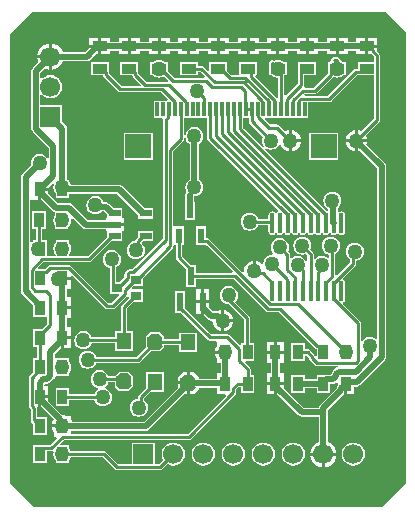
<source format=gtl>
G04*
G04 #@! TF.GenerationSoftware,Altium Limited,Altium Designer,20.0.9 (164)*
G04*
G04 Layer_Physical_Order=1*
G04 Layer_Color=255*
%FSLAX25Y25*%
%MOIN*%
G70*
G01*
G75*
%ADD10C,0.01000*%
%ADD17R,0.08661X0.07874*%
%ADD18R,0.01181X0.04724*%
%ADD19R,0.03543X0.03150*%
%ADD20R,0.02362X0.05118*%
%ADD21R,0.02362X0.06299*%
%ADD22R,0.03937X0.02362*%
%ADD23R,0.03500X0.05000*%
%ADD24O,0.01433X0.06858*%
G04:AMPARAMS|DCode=25|XSize=55mil|YSize=50mil|CornerRadius=0mil|HoleSize=0mil|Usage=FLASHONLY|Rotation=270.000|XOffset=0mil|YOffset=0mil|HoleType=Round|Shape=Octagon|*
%AMOCTAGOND25*
4,1,8,-0.01250,-0.02750,0.01250,-0.02750,0.02500,-0.01500,0.02500,0.01500,0.01250,0.02750,-0.01250,0.02750,-0.02500,0.01500,-0.02500,-0.01500,-0.01250,-0.02750,0.0*
%
%ADD25OCTAGOND25*%

%ADD26R,0.05000X0.05500*%
%ADD27R,0.05000X0.03500*%
%ADD43C,0.02000*%
%ADD44R,0.06693X0.06693*%
%ADD45C,0.06693*%
%ADD46R,0.06693X0.06693*%
%ADD47C,0.05000*%
G36*
X391480Y492578D02*
Y342500D01*
Y342422D01*
X383578Y334520D01*
X267422D01*
X259520Y342422D01*
Y492078D01*
X266922Y499480D01*
X384578D01*
X391480Y492578D01*
D02*
G37*
%LPC*%
G36*
X377944Y490730D02*
X374944D01*
Y489510D01*
X372055D01*
Y490730D01*
X369055D01*
Y487980D01*
Y485230D01*
X372055D01*
Y486451D01*
X374944D01*
Y485230D01*
X377944D01*
Y487980D01*
Y490730D01*
D02*
G37*
G36*
X368055D02*
X365055D01*
Y489510D01*
X362167D01*
Y490730D01*
X359167D01*
Y487980D01*
Y485230D01*
X362167D01*
Y486451D01*
X365055D01*
Y485230D01*
X368055D01*
Y487980D01*
Y490730D01*
D02*
G37*
G36*
X358167D02*
X355167D01*
Y489510D01*
X352278D01*
Y490730D01*
X349278D01*
Y487980D01*
Y485230D01*
X352278D01*
Y486451D01*
X355167D01*
Y485230D01*
X358167D01*
Y487980D01*
Y490730D01*
D02*
G37*
G36*
X348278D02*
X345278D01*
Y489510D01*
X342389D01*
Y490730D01*
X339389D01*
Y487980D01*
Y485230D01*
X342389D01*
Y486451D01*
X345278D01*
Y485230D01*
X348278D01*
Y487980D01*
Y490730D01*
D02*
G37*
G36*
X338389D02*
X335389D01*
Y489510D01*
X332500D01*
Y490730D01*
X329500D01*
Y487980D01*
Y485230D01*
X332500D01*
Y486451D01*
X335389D01*
Y485230D01*
X338389D01*
Y487980D01*
Y490730D01*
D02*
G37*
G36*
X328500D02*
X325500D01*
Y489510D01*
X322611D01*
Y490730D01*
X319611D01*
Y487980D01*
Y485230D01*
X322611D01*
Y486451D01*
X325500D01*
Y485230D01*
X328500D01*
Y487980D01*
Y490730D01*
D02*
G37*
G36*
X318611D02*
X315611D01*
Y489510D01*
X312722D01*
Y490730D01*
X309722D01*
Y487980D01*
Y485230D01*
X312722D01*
Y486451D01*
X315611D01*
Y485230D01*
X318611D01*
Y487980D01*
Y490730D01*
D02*
G37*
G36*
X308722D02*
X305722D01*
Y489510D01*
X302833D01*
Y490730D01*
X299833D01*
Y487980D01*
Y485230D01*
X302833D01*
Y486451D01*
X305722D01*
Y485230D01*
X308722D01*
Y487980D01*
Y490730D01*
D02*
G37*
G36*
X298833D02*
X295833D01*
Y489510D01*
X292944D01*
Y490730D01*
X289944D01*
Y487980D01*
Y485230D01*
X292944D01*
Y486451D01*
X295833D01*
Y485230D01*
X298833D01*
Y487980D01*
Y490730D01*
D02*
G37*
G36*
X381944D02*
X378944D01*
Y488480D01*
X381944D01*
Y490730D01*
D02*
G37*
G36*
X288944D02*
X285944D01*
Y488480D01*
X288944D01*
Y490730D01*
D02*
G37*
G36*
X272500Y488818D02*
X271865Y488735D01*
X270808Y488297D01*
X269900Y487600D01*
X269203Y486692D01*
X268765Y485635D01*
X268682Y485000D01*
X272500D01*
Y488818D01*
D02*
G37*
G36*
X273500D02*
Y484500D01*
Y480182D01*
X274135Y480265D01*
X275192Y480703D01*
X276100Y481400D01*
X276797Y482308D01*
X277071Y482971D01*
X285214D01*
X285799Y483087D01*
X286295Y483419D01*
X288107Y485230D01*
X288944D01*
Y487480D01*
X285944D01*
Y487393D01*
X284580Y486029D01*
X277071D01*
X276797Y486692D01*
X276100Y487600D01*
X275192Y488297D01*
X274135Y488735D01*
X273500Y488818D01*
D02*
G37*
G36*
X381944Y487480D02*
X378944D01*
Y485230D01*
X380101D01*
X380925Y484406D01*
Y482750D01*
X375444D01*
Y480556D01*
X375037D01*
X374646Y480478D01*
X374316Y480258D01*
X365578Y471520D01*
X357943D01*
X357685Y472020D01*
X357782Y472156D01*
X361230D01*
X361621Y472233D01*
X361951Y472454D01*
X367276Y477779D01*
X367278Y477782D01*
X367772Y477577D01*
X368555Y477474D01*
X369339Y477577D01*
X370068Y477879D01*
X370551Y478250D01*
X371555D01*
Y480303D01*
X371581Y480500D01*
X371555Y480697D01*
Y482750D01*
X370551D01*
X370068Y483120D01*
X369575Y483325D01*
Y483349D01*
X369497Y483740D01*
X369276Y484070D01*
X368946Y484291D01*
X368555Y484369D01*
X367522D01*
X367132Y484291D01*
X366801Y484070D01*
X366580Y483740D01*
X366503Y483349D01*
X366523Y483250D01*
X366172Y482760D01*
X366151Y482750D01*
X365555D01*
Y480697D01*
X365529Y480500D01*
X365555Y480303D01*
Y479349D01*
X365536Y479250D01*
Y478922D01*
X360808Y474195D01*
X357821D01*
X357554Y474695D01*
X357609Y474776D01*
X357686Y475167D01*
Y478250D01*
X361667D01*
Y482750D01*
X355667D01*
Y479349D01*
X355647Y479250D01*
Y475589D01*
X351449Y471390D01*
X350949Y471598D01*
Y478250D01*
X351778D01*
Y480303D01*
X351803Y480500D01*
X351778Y480697D01*
Y482750D01*
X350773D01*
X350290Y483120D01*
X349561Y483423D01*
X348778Y483526D01*
X347994Y483423D01*
X347501Y483218D01*
X347499Y483221D01*
X347168Y483442D01*
X346778Y483520D01*
X346387Y483442D01*
X346057Y483221D01*
X345836Y482890D01*
X345808Y482750D01*
X345778D01*
Y482598D01*
X345758Y482500D01*
Y481750D01*
X345778Y481651D01*
Y480697D01*
X345752Y480500D01*
X345778Y480303D01*
Y478250D01*
X346782D01*
X347265Y477879D01*
X347994Y477577D01*
X348778Y477474D01*
X348909Y477358D01*
Y470912D01*
X348409Y470705D01*
X341326Y477788D01*
X341518Y478250D01*
X341889D01*
Y482750D01*
X335889D01*
Y478530D01*
X333162D01*
X332000Y479692D01*
Y482750D01*
X326000D01*
Y479931D01*
X325538Y479740D01*
X324057Y481221D01*
X323726Y481442D01*
X323336Y481520D01*
X322111D01*
Y482750D01*
X316111D01*
Y478250D01*
X322111D01*
Y479480D01*
X322914D01*
X324412Y477982D01*
X324221Y477520D01*
X314394D01*
X312222Y479692D01*
Y480303D01*
X312248Y480500D01*
X312222Y480697D01*
Y482750D01*
X311218D01*
X310735Y483120D01*
X310005Y483423D01*
X309222Y483526D01*
X308439Y483423D01*
X307709Y483120D01*
X307226Y482750D01*
X306222D01*
Y480697D01*
X306196Y480500D01*
X306222Y480303D01*
Y478250D01*
X307226D01*
X307709Y477879D01*
X308439Y477577D01*
X309222Y477474D01*
X310005Y477577D01*
X310735Y477879D01*
X310970Y478060D01*
X312372Y476658D01*
X312165Y476158D01*
X305117D01*
X302353Y478922D01*
Y479250D01*
X302333Y479349D01*
Y482750D01*
X296333D01*
Y478250D01*
X300363D01*
X300391Y478110D01*
X300612Y477779D01*
X303272Y475120D01*
X303080Y474658D01*
X296728D01*
X292464Y478922D01*
Y479250D01*
X292444Y479349D01*
Y482750D01*
X286444D01*
Y478250D01*
X290475D01*
X290502Y478110D01*
X290723Y477779D01*
X295585Y472917D01*
X295916Y472696D01*
X296306Y472619D01*
X309841D01*
X312136Y470324D01*
X311945Y469862D01*
X307499D01*
Y464138D01*
X310124D01*
X310495Y463638D01*
X310480Y463566D01*
Y423966D01*
X300109Y413594D01*
X299314D01*
X298924Y413517D01*
X298593Y413296D01*
X298007Y412710D01*
X297786Y412379D01*
X297709Y411989D01*
Y411194D01*
X296030Y409516D01*
X294949D01*
Y414353D01*
X295013Y414380D01*
X295640Y414860D01*
X296121Y415487D01*
X296423Y416217D01*
X296526Y417000D01*
X296423Y417783D01*
X296121Y418513D01*
X295640Y419140D01*
X295013Y419621D01*
X294283Y419923D01*
X293500Y420026D01*
X292717Y419923D01*
X291987Y419621D01*
X291360Y419140D01*
X290880Y418513D01*
X290577Y417783D01*
X290474Y417000D01*
X290577Y416217D01*
X290880Y415487D01*
X291360Y414860D01*
X291987Y414380D01*
X292717Y414077D01*
X292910Y414052D01*
Y408516D01*
X292929Y408417D01*
Y405366D01*
X295791D01*
X295983Y404904D01*
X293505Y402426D01*
X292304D01*
X279885Y414846D01*
X279554Y415067D01*
X279164Y415145D01*
X273019D01*
X272629Y415067D01*
X272298Y414846D01*
X271097Y413645D01*
X270769D01*
X270671Y413625D01*
X268950D01*
X268759Y414087D01*
X270652Y415980D01*
X285952D01*
X286343Y416058D01*
X286673Y416279D01*
X293473Y423079D01*
X296968D01*
Y426319D01*
X297468D01*
Y428000D01*
X294500D01*
Y429000D01*
X297468D01*
Y430681D01*
X296969D01*
Y433921D01*
X294195D01*
X292608Y435507D01*
X292112Y435839D01*
X291527Y435955D01*
X290851D01*
X290620Y436513D01*
X290140Y437140D01*
X289513Y437620D01*
X288783Y437923D01*
X288000Y438026D01*
X287217Y437923D01*
X286487Y437620D01*
X285860Y437140D01*
X285380Y436513D01*
X285077Y435783D01*
X284974Y435000D01*
X285077Y434217D01*
X285380Y433487D01*
X285860Y432860D01*
X286487Y432379D01*
X287217Y432077D01*
X288000Y431974D01*
X288783Y432077D01*
X289513Y432379D01*
X290140Y432860D01*
X290167Y432897D01*
X290893D01*
X292032Y431758D01*
Y430681D01*
X291531D01*
Y430029D01*
X285387D01*
X280160Y435257D01*
X279664Y435588D01*
X279078Y435705D01*
X275477D01*
X272269Y438913D01*
Y439750D01*
X270019D01*
Y436750D01*
X270106D01*
X273762Y433094D01*
X274258Y432762D01*
X274457Y432723D01*
Y431614D01*
X274379Y431513D01*
X274077Y430783D01*
X273974Y430000D01*
X274077Y429217D01*
X274379Y428487D01*
X274457Y428386D01*
Y427175D01*
X275980D01*
X276217Y427077D01*
X277000Y426974D01*
X277783Y427077D01*
X278020Y427175D01*
X278957D01*
Y427720D01*
X279140Y427860D01*
X279621Y428487D01*
X279923Y429217D01*
X280026Y430000D01*
X279972Y430412D01*
X280445Y430646D01*
X283672Y427419D01*
X284168Y427087D01*
X284754Y426971D01*
X291531D01*
Y426319D01*
X292031D01*
Y424521D01*
X285530Y418020D01*
X279334D01*
X279262Y418520D01*
X279621Y418987D01*
X279923Y419717D01*
X280026Y420500D01*
X279923Y421283D01*
X279621Y422013D01*
X279250Y422496D01*
Y423500D01*
X277197D01*
X277000Y423526D01*
X276803Y423500D01*
X274750D01*
Y422496D01*
X274379Y422013D01*
X274077Y421283D01*
X273974Y420500D01*
X274077Y419717D01*
X274379Y418987D01*
X274738Y418520D01*
X274665Y418020D01*
X271770D01*
Y419347D01*
X271923Y419717D01*
X272026Y420500D01*
X271923Y421283D01*
X271770Y421653D01*
Y423500D01*
X270246D01*
Y427175D01*
X271477D01*
Y433175D01*
X266977D01*
Y427175D01*
X268207D01*
Y423500D01*
X267270D01*
Y422954D01*
X266860Y422640D01*
X266798Y422559D01*
X266298Y422729D01*
Y436679D01*
X266769Y436750D01*
Y436750D01*
X269019D01*
Y440250D01*
X269519D01*
Y440750D01*
X272269D01*
Y440837D01*
X273762Y442330D01*
X274186Y442047D01*
X274077Y441783D01*
X273973Y441000D01*
X274077Y440217D01*
X274379Y439487D01*
X274749Y439004D01*
Y437250D01*
X279249D01*
Y438721D01*
X295305D01*
X302268Y431758D01*
Y430558D01*
X307205D01*
Y433920D01*
X304431D01*
X297020Y441331D01*
X296524Y441663D01*
X295938Y441779D01*
X279923D01*
X279922Y441783D01*
X279620Y442513D01*
X279249Y442996D01*
Y443250D01*
X278995D01*
X278529Y443608D01*
Y460501D01*
X278412Y461086D01*
X278081Y461582D01*
X276847Y462816D01*
Y468347D01*
X269683D01*
Y471727D01*
X270156Y471887D01*
X270257Y471757D01*
X271060Y471140D01*
X271996Y470753D01*
X273000Y470620D01*
X274004Y470753D01*
X274940Y471140D01*
X275743Y471757D01*
X276360Y472560D01*
X276747Y473496D01*
X276880Y474500D01*
X276747Y475504D01*
X276360Y476440D01*
X275743Y477243D01*
X274940Y477860D01*
X274004Y478247D01*
X273000Y478380D01*
X271996Y478247D01*
X271060Y477860D01*
X270257Y477243D01*
X270156Y477113D01*
X269683Y477273D01*
Y479020D01*
X271203Y480540D01*
X271865Y480265D01*
X272500Y480182D01*
Y484000D01*
X268682D01*
X268765Y483365D01*
X269040Y482703D01*
X267072Y480735D01*
X266741Y480239D01*
X266624Y479654D01*
Y460532D01*
X266741Y459947D01*
X267072Y459451D01*
X272471Y454052D01*
Y450878D01*
X271971Y450708D01*
X271640Y451140D01*
X271013Y451620D01*
X270283Y451923D01*
X269500Y452026D01*
X268717Y451923D01*
X267987Y451620D01*
X267360Y451140D01*
X266880Y450513D01*
X266577Y449783D01*
X266474Y449000D01*
X266575Y448237D01*
X263688Y445350D01*
X263356Y444854D01*
X263240Y444269D01*
Y406250D01*
X263356Y405665D01*
X263688Y405169D01*
X267269Y401587D01*
Y397750D01*
X271769D01*
X271980Y397338D01*
Y395528D01*
X270327Y393875D01*
X267269D01*
Y387875D01*
X268499D01*
Y384000D01*
X267270D01*
Y379442D01*
X266048Y378220D01*
X265827Y377890D01*
X265749Y377499D01*
Y368211D01*
X265827Y367821D01*
X266048Y367490D01*
X266480Y367057D01*
Y363270D01*
X266558Y362879D01*
X266779Y362549D01*
X267270Y362058D01*
Y358250D01*
X271770D01*
Y364250D01*
X268520D01*
Y367480D01*
X268639Y367625D01*
X269019D01*
Y371125D01*
X269519D01*
Y371625D01*
X272269D01*
Y374625D01*
X271048D01*
Y375195D01*
X271324Y375471D01*
X271891D01*
X272476Y375587D01*
X272972Y375919D01*
X274081Y377028D01*
X274413Y377524D01*
X274434Y377631D01*
X274750Y378000D01*
X276803D01*
X277000Y377974D01*
X277197Y378000D01*
X279250D01*
Y379004D01*
X279621Y379487D01*
X279923Y380217D01*
X280026Y381000D01*
X279923Y381783D01*
X279621Y382513D01*
X279250Y382996D01*
Y384000D01*
X277197D01*
X277000Y384026D01*
X276803Y384000D01*
X274750D01*
X274529Y384409D01*
Y385492D01*
X276412Y387375D01*
X276499D01*
Y390875D01*
X276999D01*
Y391375D01*
X279749D01*
Y394375D01*
X278529D01*
Y397250D01*
X279749D01*
Y400250D01*
X276999D01*
Y401250D01*
X279749D01*
Y404250D01*
X278529D01*
Y407125D01*
X279749D01*
Y410125D01*
X276999D01*
Y411125D01*
X279749D01*
Y411444D01*
X280211Y411635D01*
X291161Y400686D01*
X291492Y400465D01*
X291882Y400387D01*
X293927D01*
X294318Y400465D01*
X294648Y400686D01*
X298570Y404608D01*
X299014Y404505D01*
X299098Y404446D01*
X299138Y404159D01*
X296779Y401800D01*
X296558Y401469D01*
X296480Y401079D01*
Y393000D01*
X294500D01*
Y391020D01*
X286825D01*
X286620Y391513D01*
X286140Y392140D01*
X285513Y392620D01*
X284783Y392923D01*
X284000Y393026D01*
X283217Y392923D01*
X282487Y392620D01*
X281860Y392140D01*
X281380Y391513D01*
X281077Y390783D01*
X280974Y390000D01*
X281077Y389217D01*
X281380Y388487D01*
X281860Y387860D01*
X282487Y387380D01*
X283217Y387077D01*
X284000Y386974D01*
X284783Y387077D01*
X285513Y387380D01*
X286140Y387860D01*
X286620Y388487D01*
X286825Y388980D01*
X294500D01*
Y386500D01*
X300500D01*
Y393000D01*
X298520D01*
Y400656D01*
X300670Y402807D01*
X303772D01*
Y406957D01*
X300355D01*
X300164Y407418D01*
X300670Y407925D01*
X303772D01*
Y410633D01*
X313721Y420582D01*
X313942Y420913D01*
X314020Y421303D01*
Y421332D01*
X314079Y421807D01*
X314740D01*
Y417709D01*
X314818Y417318D01*
X315039Y416988D01*
X318319Y413708D01*
Y407850D01*
X321681D01*
Y410480D01*
X334151D01*
X344888Y399744D01*
X345218Y399523D01*
X345609Y399445D01*
X349113D01*
X361279Y387279D01*
X361610Y387058D01*
X361750Y387030D01*
Y384821D01*
X361250Y384771D01*
X361235Y384847D01*
X361014Y385178D01*
X359471Y386721D01*
X359140Y386942D01*
X358750Y387020D01*
X357750D01*
Y389000D01*
X353250D01*
Y383000D01*
X357750D01*
Y384980D01*
X358328D01*
X359275Y384033D01*
X359351Y383653D01*
X359572Y383322D01*
X361115Y381779D01*
X361446Y381558D01*
X361836Y381480D01*
X368813D01*
X368863Y380980D01*
X368524Y380913D01*
X368027Y380581D01*
X367149Y379703D01*
X366817Y379207D01*
X366730Y378768D01*
X366666Y378704D01*
X366250Y378500D01*
X361750D01*
Y377029D01*
X357750D01*
Y378500D01*
X353250D01*
Y372500D01*
X357750D01*
Y373971D01*
X361750D01*
Y372500D01*
X366250D01*
Y375405D01*
X367059D01*
X367644Y375521D01*
X368140Y375853D01*
X368268Y375981D01*
X368730Y375789D01*
Y374824D01*
X368577Y374595D01*
X368461Y374010D01*
Y373893D01*
X362919Y368351D01*
X362587Y367855D01*
X362522Y367529D01*
X357403D01*
X350770Y374163D01*
Y375000D01*
X348520D01*
Y372000D01*
X348607D01*
X355688Y364919D01*
X356184Y364587D01*
X356770Y364471D01*
X362471D01*
Y356071D01*
X361808Y355797D01*
X360900Y355100D01*
X360203Y354192D01*
X359765Y353135D01*
X359682Y352500D01*
X368318D01*
X368235Y353135D01*
X367797Y354192D01*
X367100Y355100D01*
X366192Y355797D01*
X365529Y356071D01*
Y366000D01*
Y366636D01*
X370893Y372000D01*
X370980D01*
Y375500D01*
X371980D01*
Y372000D01*
X374230D01*
Y374529D01*
X375059D01*
X375644Y374646D01*
X376140Y374977D01*
X384581Y383419D01*
X384913Y383915D01*
X385029Y384500D01*
Y448000D01*
X384913Y448585D01*
X384581Y449081D01*
X378312Y455351D01*
X378410Y455586D01*
X378464Y456000D01*
X375500D01*
Y453036D01*
X375914Y453090D01*
X376149Y453188D01*
X381971Y447367D01*
Y390490D01*
X381471Y390269D01*
X381013Y390620D01*
X380283Y390923D01*
X379500Y391026D01*
X378717Y390923D01*
X377987Y390620D01*
X377360Y390140D01*
X377020Y389696D01*
X376520Y389865D01*
Y395595D01*
X376442Y395985D01*
X376221Y396316D01*
X370468Y402068D01*
X370604Y402640D01*
X370849Y402804D01*
X371118Y403206D01*
X371213Y403681D01*
Y409106D01*
X371118Y409581D01*
X370849Y409983D01*
X370604Y410148D01*
X370468Y410719D01*
X374528Y414779D01*
X374749Y415110D01*
X374827Y415500D01*
Y416517D01*
X375283Y416577D01*
X376013Y416880D01*
X376640Y417360D01*
X377120Y417987D01*
X377423Y418717D01*
X377526Y419500D01*
X377423Y420283D01*
X377120Y421013D01*
X376640Y421640D01*
X376013Y422121D01*
X375283Y422423D01*
X374500Y422526D01*
X373717Y422423D01*
X372987Y422121D01*
X372360Y421640D01*
X371880Y421013D01*
X371577Y420283D01*
X371474Y419500D01*
X371577Y418717D01*
X371880Y417987D01*
X372360Y417360D01*
X372787Y417033D01*
Y415922D01*
X368520Y411655D01*
X368020Y411862D01*
Y418885D01*
X368640Y419360D01*
X369121Y419987D01*
X369423Y420717D01*
X369526Y421500D01*
X369423Y422283D01*
X369121Y423013D01*
X368640Y423640D01*
X368013Y424121D01*
X367283Y424423D01*
X366500Y424526D01*
X365717Y424423D01*
X364987Y424121D01*
X364360Y423640D01*
X363879Y423013D01*
X363577Y422283D01*
X363474Y421500D01*
X363577Y420717D01*
X363879Y419987D01*
X364360Y419360D01*
X364987Y418880D01*
X365717Y418577D01*
X365980Y418542D01*
Y417473D01*
X365480Y417262D01*
X365013Y417621D01*
X364283Y417923D01*
X363500Y418026D01*
X362717Y417923D01*
X361987Y417621D01*
X361360Y417140D01*
X361256Y417003D01*
X360756Y417173D01*
Y418579D01*
X360678Y418969D01*
X360457Y419300D01*
X359664Y420093D01*
X359923Y420717D01*
X360026Y421500D01*
X359923Y422283D01*
X359620Y423013D01*
X359140Y423640D01*
X358513Y424121D01*
X357783Y424423D01*
X357000Y424526D01*
X356217Y424423D01*
X355487Y424121D01*
X354860Y423640D01*
X354380Y423013D01*
X354077Y422283D01*
X353974Y421500D01*
X354077Y420717D01*
X354380Y419987D01*
X354860Y419360D01*
X355487Y418880D01*
X356217Y418577D01*
X357000Y418474D01*
X357783Y418577D01*
X358146Y418727D01*
X358717Y418157D01*
Y416380D01*
X358217Y416281D01*
X358120Y416513D01*
X357640Y417140D01*
X357013Y417621D01*
X356283Y417923D01*
X355500Y418026D01*
X354717Y417923D01*
X353987Y417621D01*
X353520Y417262D01*
X353020Y417473D01*
Y418500D01*
X352942Y418890D01*
X352721Y419221D01*
X352218Y419724D01*
X352423Y420217D01*
X352526Y421000D01*
X352423Y421783D01*
X352120Y422513D01*
X351640Y423140D01*
X351013Y423621D01*
X350283Y423923D01*
X349500Y424026D01*
X348717Y423923D01*
X347987Y423621D01*
X347360Y423140D01*
X346880Y422513D01*
X346577Y421783D01*
X346474Y421000D01*
X346577Y420217D01*
X346880Y419487D01*
X347256Y418996D01*
X347021Y418523D01*
X347000Y418526D01*
X346217Y418423D01*
X345487Y418120D01*
X344860Y417640D01*
X344379Y417013D01*
X344077Y416283D01*
X343996Y415666D01*
X343504Y415497D01*
X343495Y415497D01*
X342765Y416057D01*
X341914Y416410D01*
X341500Y416464D01*
Y413000D01*
X340500D01*
Y416464D01*
X340086Y416410D01*
X339235Y416057D01*
X338504Y415496D01*
X337943Y414765D01*
X337590Y413914D01*
X337470Y413000D01*
X337489Y412855D01*
X337015Y412621D01*
X325936Y423701D01*
X325605Y423922D01*
X325215Y423999D01*
X324921D01*
Y427925D01*
X321559D01*
Y421807D01*
X324921D01*
X324921Y421807D01*
Y421807D01*
X325266Y421486D01*
X333771Y412982D01*
X333580Y412520D01*
X321681D01*
Y415150D01*
X319761D01*
X316779Y418131D01*
Y421807D01*
X317441D01*
Y427925D01*
X314079D01*
X314020Y428401D01*
Y453078D01*
X317193Y456251D01*
X317414Y456582D01*
X317492Y456972D01*
Y457834D01*
X317992Y457867D01*
X318020Y457654D01*
X318077Y457217D01*
X318379Y456487D01*
X318860Y455860D01*
X319471Y455392D01*
Y443608D01*
X318860Y443140D01*
X318379Y442513D01*
X318077Y441783D01*
X317974Y441000D01*
X318077Y440217D01*
X318370Y439509D01*
X318087Y439085D01*
X317971Y438500D01*
Y436193D01*
X317819D01*
Y430075D01*
X321181D01*
Y436193D01*
X321029D01*
Y437978D01*
X321783Y438077D01*
X322513Y438379D01*
X323140Y438860D01*
X323621Y439487D01*
X323923Y440217D01*
X324026Y441000D01*
X323923Y441783D01*
X323621Y442513D01*
X323140Y443140D01*
X322529Y443608D01*
Y455392D01*
X323140Y455860D01*
X323621Y456487D01*
X323923Y457217D01*
X324026Y458000D01*
X323923Y458783D01*
X323621Y459513D01*
X323140Y460140D01*
X322513Y460620D01*
X321783Y460923D01*
X321000Y461026D01*
X320217Y460923D01*
X319487Y460620D01*
X318860Y460140D01*
X318379Y459513D01*
X318077Y458783D01*
X318020Y458346D01*
X317992Y458133D01*
X317492Y458166D01*
Y464138D01*
X325295D01*
Y457457D01*
X325373Y457066D01*
X325594Y456736D01*
X349004Y433325D01*
X348869Y432754D01*
X348623Y432590D01*
X348511Y432422D01*
X347930D01*
X347818Y432590D01*
X347416Y432859D01*
X346941Y432953D01*
X346466Y432859D01*
X346064Y432590D01*
X345795Y432187D01*
X345701Y431713D01*
Y430520D01*
X342325D01*
X342121Y431013D01*
X341640Y431640D01*
X341013Y432121D01*
X340283Y432423D01*
X339500Y432526D01*
X338717Y432423D01*
X337987Y432121D01*
X337360Y431640D01*
X336879Y431013D01*
X336577Y430283D01*
X336474Y429500D01*
X336577Y428717D01*
X336879Y427987D01*
X337360Y427360D01*
X337987Y426880D01*
X338717Y426577D01*
X339500Y426474D01*
X340283Y426577D01*
X341013Y426880D01*
X341640Y427360D01*
X342121Y427987D01*
X342325Y428480D01*
X345701D01*
Y426287D01*
X345795Y425813D01*
X346064Y425410D01*
X346466Y425141D01*
X346941Y425047D01*
X347416Y425141D01*
X347818Y425410D01*
X347930Y425578D01*
X348511D01*
X348623Y425410D01*
X349025Y425141D01*
X349500Y425047D01*
X349975Y425141D01*
X350377Y425410D01*
X350489Y425578D01*
X351070D01*
X351182Y425410D01*
X351584Y425141D01*
X352059Y425047D01*
X352534Y425141D01*
X352936Y425410D01*
X353048Y425578D01*
X353629D01*
X353741Y425410D01*
X354143Y425141D01*
X354618Y425047D01*
X355093Y425141D01*
X355495Y425410D01*
X355607Y425578D01*
X356188D01*
X356300Y425410D01*
X356702Y425141D01*
X357177Y425047D01*
X357652Y425141D01*
X358054Y425410D01*
X358166Y425578D01*
X358747D01*
X358859Y425410D01*
X359261Y425141D01*
X359736Y425047D01*
X360211Y425141D01*
X360613Y425410D01*
X360725Y425578D01*
X361306D01*
X361418Y425410D01*
X361821Y425141D01*
X362295Y425047D01*
X362770Y425141D01*
X363172Y425410D01*
X363284Y425578D01*
X363865D01*
X363977Y425410D01*
X364380Y425141D01*
X364854Y425047D01*
X365329Y425141D01*
X365731Y425410D01*
X365843Y425578D01*
X366424D01*
X366536Y425410D01*
X366939Y425141D01*
X367413Y425047D01*
X367888Y425141D01*
X368290Y425410D01*
X368402Y425578D01*
X368984D01*
X369095Y425410D01*
X369498Y425141D01*
X369972Y425047D01*
X370447Y425141D01*
X370849Y425410D01*
X371118Y425813D01*
X371213Y426287D01*
Y431713D01*
X371118Y432187D01*
X370849Y432590D01*
X370447Y432859D01*
X369972Y432953D01*
X369498Y432859D01*
X369236Y432684D01*
X368781Y432865D01*
X368736Y432905D01*
Y434051D01*
X369140Y434360D01*
X369620Y434987D01*
X369923Y435717D01*
X370026Y436500D01*
X369923Y437283D01*
X369620Y438013D01*
X369140Y438640D01*
X368513Y439120D01*
X367783Y439423D01*
X367000Y439526D01*
X366217Y439423D01*
X365487Y439120D01*
X364860Y438640D01*
X364380Y438013D01*
X364077Y437283D01*
X363974Y436500D01*
X364077Y435717D01*
X364380Y434987D01*
X364860Y434360D01*
X365487Y433880D01*
X365677Y433801D01*
Y433181D01*
X365177Y432889D01*
X365106Y432903D01*
X337177Y460832D01*
Y464138D01*
X339074D01*
Y462906D01*
X339152Y462516D01*
X339373Y462185D01*
X343782Y457776D01*
X343577Y457283D01*
X343474Y456500D01*
X343577Y455717D01*
X343880Y454987D01*
X344360Y454360D01*
X344987Y453879D01*
X345717Y453577D01*
X346500Y453474D01*
X347283Y453577D01*
X348013Y453879D01*
X348640Y454360D01*
X349120Y454987D01*
X349209Y455200D01*
X349750Y455200D01*
X349943Y454735D01*
X350504Y454004D01*
X351235Y453443D01*
X352086Y453090D01*
X352500Y453036D01*
Y456500D01*
Y459964D01*
X352086Y459910D01*
X351341Y459601D01*
X349332Y461610D01*
X349001Y461831D01*
X348611Y461908D01*
X346199D01*
X344438Y463670D01*
X344629Y464132D01*
X345130D01*
Y464138D01*
X347091D01*
Y464144D01*
X358894D01*
Y469480D01*
X366000D01*
X366390Y469558D01*
X366721Y469779D01*
X375009Y478068D01*
X375444Y478250D01*
Y478250D01*
X375444Y478250D01*
X380925D01*
Y463867D01*
X376659Y459601D01*
X375914Y459910D01*
X375500Y459964D01*
Y457000D01*
X378464D01*
X378410Y457414D01*
X378101Y458159D01*
X382665Y462723D01*
X382886Y463054D01*
X382964Y463444D01*
Y484829D01*
X382886Y485219D01*
X382665Y485550D01*
X381944Y486271D01*
Y487480D01*
D02*
G37*
G36*
X374500Y459964D02*
X374086Y459910D01*
X373235Y459557D01*
X372504Y458996D01*
X371943Y458265D01*
X371590Y457414D01*
X371536Y457000D01*
X374500D01*
Y459964D01*
D02*
G37*
G36*
X353500D02*
Y457000D01*
X356464D01*
X356410Y457414D01*
X356057Y458265D01*
X355496Y458996D01*
X354765Y459557D01*
X353914Y459910D01*
X353500Y459964D01*
D02*
G37*
G36*
X374500Y456000D02*
X371536D01*
X371590Y455586D01*
X371943Y454735D01*
X372504Y454004D01*
X373235Y453443D01*
X374086Y453090D01*
X374500Y453036D01*
Y456000D01*
D02*
G37*
G36*
X356464D02*
X353500D01*
Y453036D01*
X353914Y453090D01*
X354765Y453443D01*
X355496Y454004D01*
X356057Y454735D01*
X356410Y455586D01*
X356464Y456000D01*
D02*
G37*
G36*
X368933Y459036D02*
X359272D01*
Y450162D01*
X368933D01*
Y459036D01*
D02*
G37*
G36*
X307122D02*
X297460D01*
Y450162D01*
X307122D01*
Y459036D01*
D02*
G37*
G36*
X307205Y426440D02*
X302268D01*
Y424520D01*
X301547Y423799D01*
X301325Y423468D01*
X301248Y423078D01*
Y422993D01*
X300717Y422923D01*
X299987Y422620D01*
X299360Y422140D01*
X298880Y421513D01*
X298577Y420783D01*
X298474Y420000D01*
X298577Y419217D01*
X298880Y418487D01*
X299360Y417860D01*
X299987Y417380D01*
X300717Y417077D01*
X301500Y416974D01*
X302283Y417077D01*
X303013Y417380D01*
X303640Y417860D01*
X304120Y418487D01*
X304423Y419217D01*
X304526Y420000D01*
X304423Y420783D01*
X304120Y421513D01*
X303640Y422140D01*
X303557Y422203D01*
X303522Y422718D01*
X303868Y423078D01*
X307205D01*
Y426440D01*
D02*
G37*
G36*
X325921Y406988D02*
X324240D01*
Y403339D01*
X325921D01*
Y406988D01*
D02*
G37*
G36*
X323240D02*
X321559D01*
Y403339D01*
X323240D01*
Y406988D01*
D02*
G37*
G36*
Y402339D02*
X321559D01*
Y398689D01*
X323240D01*
Y402339D01*
D02*
G37*
G36*
X331000Y399964D02*
Y397000D01*
X333964D01*
X333910Y397414D01*
X333557Y398265D01*
X332996Y398996D01*
X332265Y399557D01*
X331414Y399910D01*
X331000Y399964D01*
D02*
G37*
G36*
X333964Y396000D02*
X331000D01*
Y393036D01*
X331414Y393090D01*
X332265Y393443D01*
X332996Y394004D01*
X333557Y394735D01*
X333910Y395586D01*
X333964Y396000D01*
D02*
G37*
G36*
X325921Y402339D02*
X324240D01*
Y398207D01*
X325455Y396993D01*
X325951Y396661D01*
X326536Y396545D01*
X326931D01*
X326970Y396500D01*
X327090Y395586D01*
X327443Y394735D01*
X328004Y394004D01*
X328735Y393443D01*
X329586Y393090D01*
X330000Y393036D01*
Y396500D01*
Y399964D01*
X329586Y399910D01*
X328846Y399603D01*
X327170D01*
X325921Y400852D01*
Y402339D01*
D02*
G37*
G36*
X332500Y408026D02*
X331717Y407923D01*
X330987Y407620D01*
X330360Y407140D01*
X329879Y406513D01*
X329577Y405783D01*
X329474Y405000D01*
X329577Y404217D01*
X329879Y403487D01*
X330360Y402860D01*
X330987Y402380D01*
X331717Y402077D01*
X332500Y401974D01*
X332501Y401974D01*
X337480Y396995D01*
Y389000D01*
X336491D01*
Y388529D01*
X336029Y388338D01*
X332748Y391618D01*
X332417Y391839D01*
X332027Y391917D01*
X326655D01*
X317941Y400631D01*
Y406488D01*
X314579D01*
Y399189D01*
X316499D01*
X325512Y390176D01*
X325842Y389955D01*
X326233Y389878D01*
X328214D01*
X328510Y389500D01*
Y388166D01*
X328203Y387765D01*
X327850Y386914D01*
X327796Y386500D01*
X331260D01*
Y385500D01*
X327796D01*
X327850Y385087D01*
X328203Y384235D01*
X328510Y383835D01*
Y382500D01*
X329731D01*
Y379000D01*
X328510D01*
Y377155D01*
X322500D01*
Y377750D01*
X320750Y379500D01*
X319500D01*
Y375750D01*
Y372000D01*
X320750D01*
X322500Y373750D01*
Y374096D01*
X328510D01*
Y372000D01*
X331329D01*
X331520Y371538D01*
X318752Y358770D01*
X279750D01*
Y359334D01*
X280046Y359721D01*
X304750D01*
X305335Y359837D01*
X305831Y360169D01*
X317663Y372000D01*
X318500D01*
Y375250D01*
X315500D01*
Y374163D01*
X304117Y362779D01*
X280258D01*
X280057Y363265D01*
X279750Y363666D01*
Y364750D01*
X278300D01*
X277914Y364910D01*
X277031Y365026D01*
X272269Y369788D01*
Y370625D01*
X270019D01*
Y367625D01*
X270106D01*
X274170Y363561D01*
X273943Y363265D01*
X273590Y362414D01*
X273536Y362000D01*
X277000D01*
Y361000D01*
X273536D01*
X273590Y360586D01*
X273943Y359735D01*
X274250Y359334D01*
Y357750D01*
X274991D01*
X275182Y357288D01*
X272914Y355020D01*
X270770D01*
X270671Y355000D01*
X267270D01*
Y349000D01*
X271770D01*
Y352980D01*
X273336D01*
X273643Y353042D01*
X273854Y352916D01*
X274064Y352682D01*
X273974Y352000D01*
X274077Y351217D01*
X274379Y350487D01*
X274750Y350004D01*
Y349000D01*
X276803D01*
X277000Y348974D01*
X277197Y349000D01*
X279250D01*
Y350004D01*
X279621Y350487D01*
X279825Y350980D01*
X290410D01*
X294458Y346933D01*
X294788Y346712D01*
X295179Y346634D01*
X309653D01*
X310044Y346712D01*
X310374Y346933D01*
X312076Y348634D01*
X312996Y348253D01*
X314000Y348120D01*
X315004Y348253D01*
X315940Y348640D01*
X316743Y349257D01*
X317360Y350060D01*
X317747Y350996D01*
X317880Y352000D01*
X317747Y353004D01*
X317360Y353940D01*
X316743Y354743D01*
X315940Y355360D01*
X315004Y355747D01*
X314000Y355880D01*
X312996Y355747D01*
X312060Y355360D01*
X311257Y354743D01*
X310640Y353940D01*
X310253Y353004D01*
X310120Y352000D01*
X310253Y350996D01*
X310634Y350076D01*
X309231Y348673D01*
X307846D01*
Y355847D01*
X300153D01*
Y348673D01*
X295601D01*
X291553Y352721D01*
X291222Y352942D01*
X290832Y353020D01*
X279825D01*
X279621Y353513D01*
X279250Y353996D01*
Y355000D01*
X277197D01*
X277000Y355026D01*
X276803Y355000D01*
X276431D01*
X276240Y355462D01*
X277508Y356730D01*
X319174D01*
X319564Y356808D01*
X319895Y357029D01*
X334731Y371865D01*
X334952Y372196D01*
X335030Y372586D01*
Y373598D01*
X335913Y374481D01*
X336491D01*
Y372500D01*
X340990D01*
Y378500D01*
X339760D01*
Y380336D01*
X339683Y380726D01*
X339461Y381057D01*
X337980Y382538D01*
X338172Y383000D01*
X340990D01*
Y389000D01*
X339520D01*
Y397418D01*
X339442Y397808D01*
X339221Y398139D01*
X334631Y402729D01*
X334640Y402860D01*
X335121Y403487D01*
X335423Y404217D01*
X335526Y405000D01*
X335423Y405783D01*
X335121Y406513D01*
X334640Y407140D01*
X334013Y407620D01*
X333283Y407923D01*
X332500Y408026D01*
D02*
G37*
G36*
X279749Y390375D02*
X277499D01*
Y387375D01*
X279749D01*
Y390375D01*
D02*
G37*
G36*
X350770Y389500D02*
X348520D01*
Y386500D01*
X350770D01*
Y389500D01*
D02*
G37*
G36*
X347520D02*
X345270D01*
Y386500D01*
X347520D01*
Y389500D01*
D02*
G37*
G36*
X309500Y392750D02*
X306500D01*
X305000Y391250D01*
Y387750D01*
X305029Y387721D01*
X301828Y384520D01*
X288325D01*
X288121Y385013D01*
X287640Y385640D01*
X287013Y386121D01*
X286283Y386423D01*
X285500Y386526D01*
X284717Y386423D01*
X283987Y386121D01*
X283360Y385640D01*
X282879Y385013D01*
X282577Y384283D01*
X282474Y383500D01*
X282577Y382717D01*
X282879Y381987D01*
X283360Y381360D01*
X283987Y380879D01*
X284717Y380577D01*
X285500Y380474D01*
X286283Y380577D01*
X287013Y380879D01*
X287640Y381360D01*
X288121Y381987D01*
X288325Y382480D01*
X302250D01*
X302640Y382558D01*
X302971Y382779D01*
X306471Y386279D01*
X306500Y386250D01*
X309500D01*
X311000Y387750D01*
Y388480D01*
X316000D01*
Y386000D01*
X322000D01*
Y392500D01*
X316000D01*
Y390520D01*
X311000D01*
Y391250D01*
X309500Y392750D01*
D02*
G37*
G36*
X318500Y379500D02*
X317250D01*
X315500Y377750D01*
Y376250D01*
X318500D01*
Y379500D01*
D02*
G37*
G36*
X348020Y386000D02*
D01*
Y385500D01*
X345270D01*
Y382500D01*
X346490D01*
Y379000D01*
X345270D01*
Y376000D01*
X348020D01*
X350770D01*
Y379000D01*
X349549D01*
Y382500D01*
X350770D01*
Y385500D01*
X348020D01*
Y386000D01*
D02*
G37*
G36*
X289500Y380026D02*
X288717Y379923D01*
X287987Y379621D01*
X287360Y379140D01*
X286879Y378513D01*
X286577Y377783D01*
X286474Y377000D01*
X286577Y376217D01*
X286879Y375487D01*
X287360Y374860D01*
X287987Y374379D01*
X288717Y374077D01*
X288782Y374069D01*
X288860Y373898D01*
X288895Y373550D01*
X288360Y373140D01*
X287879Y372513D01*
X287675Y372020D01*
X279249D01*
Y374125D01*
X274749D01*
Y368125D01*
X279249D01*
Y369980D01*
X287675D01*
X287879Y369487D01*
X288360Y368860D01*
X288987Y368379D01*
X289717Y368077D01*
X290500Y367974D01*
X291283Y368077D01*
X292013Y368379D01*
X292640Y368860D01*
X293121Y369487D01*
X293423Y370217D01*
X293526Y371000D01*
X293423Y371783D01*
X293121Y372513D01*
X292640Y373140D01*
X292013Y373621D01*
X291283Y373923D01*
X291218Y373931D01*
X291140Y374102D01*
X291106Y374450D01*
X291640Y374860D01*
X292121Y375487D01*
X292325Y375980D01*
X294500D01*
Y374500D01*
X296000Y373000D01*
X299000D01*
X300500Y374500D01*
Y378000D01*
X299000Y379500D01*
X296000D01*
X294520Y378020D01*
X292325D01*
X292121Y378513D01*
X291640Y379140D01*
X291013Y379621D01*
X290283Y379923D01*
X289500Y380026D01*
D02*
G37*
G36*
X347520Y375000D02*
X345270D01*
Y372000D01*
X347520D01*
Y375000D01*
D02*
G37*
G36*
X311000Y379250D02*
X305000D01*
Y374192D01*
X302544Y371736D01*
X302323Y371406D01*
X302246Y371015D01*
Y370492D01*
X301717Y370423D01*
X300987Y370121D01*
X300360Y369640D01*
X299880Y369013D01*
X299577Y368283D01*
X299474Y367500D01*
X299577Y366717D01*
X299880Y365987D01*
X300360Y365360D01*
X300987Y364879D01*
X301717Y364577D01*
X302500Y364474D01*
X303283Y364577D01*
X304013Y364879D01*
X304640Y365360D01*
X305120Y365987D01*
X305423Y366717D01*
X305526Y367500D01*
X305423Y368283D01*
X305120Y369013D01*
X304640Y369640D01*
X304285Y369912D01*
Y370593D01*
X306442Y372750D01*
X311000D01*
Y379250D01*
D02*
G37*
G36*
X374000Y355880D02*
X372996Y355747D01*
X372060Y355360D01*
X371257Y354743D01*
X370640Y353940D01*
X370253Y353004D01*
X370120Y352000D01*
X370253Y350996D01*
X370640Y350060D01*
X371257Y349257D01*
X372060Y348640D01*
X372996Y348253D01*
X374000Y348120D01*
X375004Y348253D01*
X375940Y348640D01*
X376743Y349257D01*
X377360Y350060D01*
X377747Y350996D01*
X377880Y352000D01*
X377747Y353004D01*
X377360Y353940D01*
X376743Y354743D01*
X375940Y355360D01*
X375004Y355747D01*
X374000Y355880D01*
D02*
G37*
G36*
X354000D02*
X352996Y355747D01*
X352060Y355360D01*
X351257Y354743D01*
X350640Y353940D01*
X350253Y353004D01*
X350120Y352000D01*
X350253Y350996D01*
X350640Y350060D01*
X351257Y349257D01*
X352060Y348640D01*
X352996Y348253D01*
X354000Y348120D01*
X355004Y348253D01*
X355940Y348640D01*
X356743Y349257D01*
X357360Y350060D01*
X357747Y350996D01*
X357880Y352000D01*
X357747Y353004D01*
X357360Y353940D01*
X356743Y354743D01*
X355940Y355360D01*
X355004Y355747D01*
X354000Y355880D01*
D02*
G37*
G36*
X344000D02*
X342996Y355747D01*
X342060Y355360D01*
X341257Y354743D01*
X340640Y353940D01*
X340253Y353004D01*
X340120Y352000D01*
X340253Y350996D01*
X340640Y350060D01*
X341257Y349257D01*
X342060Y348640D01*
X342996Y348253D01*
X344000Y348120D01*
X345004Y348253D01*
X345940Y348640D01*
X346743Y349257D01*
X347360Y350060D01*
X347747Y350996D01*
X347880Y352000D01*
X347747Y353004D01*
X347360Y353940D01*
X346743Y354743D01*
X345940Y355360D01*
X345004Y355747D01*
X344000Y355880D01*
D02*
G37*
G36*
X334000D02*
X332996Y355747D01*
X332060Y355360D01*
X331257Y354743D01*
X330640Y353940D01*
X330253Y353004D01*
X330121Y352000D01*
X330253Y350996D01*
X330640Y350060D01*
X331257Y349257D01*
X332060Y348640D01*
X332996Y348253D01*
X334000Y348120D01*
X335004Y348253D01*
X335940Y348640D01*
X336743Y349257D01*
X337360Y350060D01*
X337748Y350996D01*
X337880Y352000D01*
X337748Y353004D01*
X337360Y353940D01*
X336743Y354743D01*
X335940Y355360D01*
X335004Y355747D01*
X334000Y355880D01*
D02*
G37*
G36*
X324000D02*
X322996Y355747D01*
X322060Y355360D01*
X321257Y354743D01*
X320640Y353940D01*
X320253Y353004D01*
X320120Y352000D01*
X320253Y350996D01*
X320640Y350060D01*
X321257Y349257D01*
X322060Y348640D01*
X322996Y348253D01*
X324000Y348120D01*
X325004Y348253D01*
X325940Y348640D01*
X326743Y349257D01*
X327360Y350060D01*
X327747Y350996D01*
X327880Y352000D01*
X327747Y353004D01*
X327360Y353940D01*
X326743Y354743D01*
X325940Y355360D01*
X325004Y355747D01*
X324000Y355880D01*
D02*
G37*
G36*
X368318Y351500D02*
X364500D01*
Y347682D01*
X365135Y347765D01*
X366192Y348203D01*
X367100Y348900D01*
X367797Y349808D01*
X368235Y350865D01*
X368318Y351500D01*
D02*
G37*
G36*
X363500D02*
X359682D01*
X359765Y350865D01*
X360203Y349808D01*
X360900Y348900D01*
X361808Y348203D01*
X362865Y347765D01*
X363500Y347682D01*
Y351500D01*
D02*
G37*
%LPD*%
D10*
X269519Y381001D02*
Y390875D01*
Y381001D02*
X269520Y381000D01*
X266769Y413539D02*
X270230Y417000D01*
X266769Y407711D02*
X267999Y406481D01*
X271519D01*
X266769Y407711D02*
Y413539D01*
X271519Y406481D02*
X273000Y405000D01*
X270230Y417000D02*
X285952D01*
X269519Y390875D02*
Y391625D01*
X273000Y395106D01*
Y405000D01*
X295004Y407441D02*
X295201D01*
X293929Y408516D02*
X295004Y407441D01*
X293929Y408516D02*
Y416571D01*
X293500Y417000D02*
X293929Y416571D01*
X301500Y420000D02*
X302268Y420767D01*
Y423078D01*
X303949Y424759D01*
X293927Y401407D02*
X297972Y405452D01*
X291882Y401407D02*
X293927D01*
X279164Y414125D02*
X291882Y401407D01*
X273019Y414125D02*
X279164D01*
X276999Y371125D02*
X277124Y371000D01*
X290500D01*
X324346Y467000D02*
Y470654D01*
X322000Y473000D02*
X324346Y470654D01*
X366500Y421500D02*
X367000Y421000D01*
X367413Y406394D02*
Y409106D01*
X373807Y415500D01*
Y418807D01*
X374500Y419500D01*
X367000Y411252D02*
Y421000D01*
X364854Y409106D02*
X367000Y411252D01*
X364854Y406394D02*
Y409106D01*
X361836Y382500D02*
X374914D01*
X367413Y403681D02*
Y406394D01*
Y403681D02*
X375500Y395595D01*
Y383086D02*
Y395595D01*
X374914Y382500D02*
X375500Y383086D01*
X358750Y386000D02*
X360293Y384457D01*
X355500Y386000D02*
X358750D01*
X360293Y384043D02*
Y384457D01*
Y384043D02*
X361836Y382500D01*
X346230Y401965D02*
X355516D01*
X369480Y388000D02*
X370230D01*
X355516Y401965D02*
X369480Y388000D01*
X364000Y386000D02*
Y386750D01*
X362000Y388000D02*
X362750D01*
X364000Y386750D01*
X349535Y400465D02*
X362000Y388000D01*
X345609Y400465D02*
X349535D01*
X313000Y453500D02*
X316472Y456972D01*
Y467000D01*
X300531Y412575D02*
X311500Y423543D01*
X313000Y421303D02*
Y453500D01*
X311500Y423543D02*
Y463566D01*
X312444Y465138D02*
Y466910D01*
X312158Y464851D02*
X312444Y465138D01*
Y466910D02*
X312535Y467000D01*
X311500Y463566D02*
X312158Y464224D01*
X302772Y411075D02*
X313000Y421303D01*
X312158Y464224D02*
Y464851D01*
X308000Y389250D02*
Y389500D01*
X302250Y383500D02*
X308000Y389250D01*
X285500Y383500D02*
X302250D01*
X297250Y390000D02*
X297500Y389750D01*
X284000Y390000D02*
X297250D01*
X332500Y403418D02*
X338500Y397418D01*
X332500Y403418D02*
Y405000D01*
X338500Y386241D02*
Y397418D01*
Y386241D02*
X338740Y386000D01*
X332027Y390897D02*
X335991Y386934D01*
Y383086D02*
Y386934D01*
Y383086D02*
X338740Y380336D01*
X346941Y406394D02*
Y409106D01*
X343813Y412235D02*
X346941Y409106D01*
X341765Y412235D02*
X343813D01*
X341000Y413000D02*
X341765Y412235D01*
X341153Y407042D02*
Y407042D01*
X323240Y423661D02*
Y424866D01*
X267500Y363270D02*
X269520Y361250D01*
X267500Y363270D02*
Y367480D01*
X269520Y380250D02*
Y381000D01*
X266769Y377499D02*
X269520Y380250D01*
X266769Y368211D02*
Y377499D01*
Y368211D02*
X267500Y367480D01*
X270769Y412625D02*
X271519D01*
X273019Y414125D01*
X269519Y410625D02*
Y411375D01*
X346778Y482500D02*
X348778Y480500D01*
X346778Y481750D02*
Y482500D01*
Y481750D02*
X348028Y480500D01*
X367522Y483349D02*
X368555D01*
Y480500D02*
Y483349D01*
X367522D02*
X368555Y482316D01*
Y480500D02*
Y482316D01*
X308000Y375750D02*
Y376000D01*
X303265Y371015D02*
X308000Y375750D01*
X303265Y368265D02*
Y371015D01*
X302500Y367500D02*
X303265Y368265D01*
X355925Y469914D02*
X356510Y470500D01*
X355925Y467097D02*
Y469914D01*
X356510Y470500D02*
X366000D01*
X296750Y377000D02*
X297500Y376250D01*
X289500Y377000D02*
X296750D01*
X348028Y480500D02*
X348778D01*
X359736Y406394D02*
Y418579D01*
X357000Y421315D02*
X359736Y418579D01*
X357000Y421315D02*
Y421500D01*
X362295Y406394D02*
Y412713D01*
X363500Y413918D01*
Y415000D01*
X357260Y406477D02*
Y413240D01*
X355500Y415000D02*
Y415000D01*
Y415000D02*
X357260Y413240D01*
X352000Y413550D02*
Y418500D01*
Y413550D02*
X354618Y410932D01*
Y406394D02*
Y410932D01*
X349500Y421000D02*
X352000Y418500D01*
X347000Y415500D02*
X352029Y410470D01*
Y406423D02*
Y410470D01*
X357177Y406394D02*
X357260Y406477D01*
X352029Y406423D02*
X352059Y406394D01*
X320000Y411500D02*
X334573D01*
X345609Y400465D01*
X341153Y407042D02*
X346230Y401965D01*
X316260Y400870D02*
X326233Y390897D01*
X332027D01*
X338740Y375500D02*
Y380336D01*
X316260Y400870D02*
Y402839D01*
X293712Y424760D02*
X294500D01*
X285952Y417000D02*
X293712Y424760D01*
X269519Y411375D02*
X270769Y412625D01*
X303949Y424759D02*
X304736D01*
X315760Y417709D02*
Y424866D01*
Y417709D02*
X320000Y413469D01*
Y411500D02*
Y413469D01*
X325215Y422980D02*
X341153Y407042D01*
X323240Y423661D02*
X323921Y422980D01*
X325215D01*
X308000Y389500D02*
X318750D01*
X319000Y389250D01*
X297500Y389750D02*
Y401079D01*
X301303Y404882D01*
X301500D01*
X297972Y405452D02*
Y406669D01*
X277000Y352000D02*
X290832D01*
X295179Y347654D01*
X309653D01*
X314000Y352000D01*
X277086Y357750D02*
X319174D01*
X334010Y372586D01*
X335490Y375500D02*
X338740D01*
X273336Y354000D02*
X277086Y357750D01*
X334010Y372586D02*
Y374020D01*
X270770Y354000D02*
X273336D01*
X334010Y374020D02*
X335490Y375500D01*
X269520Y352000D02*
Y352750D01*
X270770Y354000D01*
X301303Y410000D02*
X301500D01*
X297972Y406669D02*
X301303Y410000D01*
X269227Y420793D02*
Y430175D01*
X380444Y486329D02*
Y486730D01*
X381944Y463444D02*
Y484829D01*
X379194Y487980D02*
X380444Y486730D01*
X378444Y487980D02*
X379194D01*
X380444Y486329D02*
X381944Y484829D01*
X375000Y456500D02*
X381944Y463444D01*
X342063Y467000D02*
X342154Y466910D01*
Y464512D02*
Y466910D01*
Y464512D02*
X345777Y460889D01*
X348611D01*
X353000Y456500D01*
X346941Y429000D02*
Y429300D01*
X346741Y429500D02*
X346941Y429300D01*
X339500Y429500D02*
X346741D01*
X340094Y462906D02*
Y467000D01*
Y462906D02*
X346500Y456500D01*
X296472Y408516D02*
Y408516D01*
X298728Y410772D01*
Y411989D02*
X299314Y412575D01*
X298728Y410772D02*
Y411989D01*
X299314Y412575D02*
X300531D01*
X295398Y407441D02*
X296472Y408516D01*
X302772Y411075D02*
Y411075D01*
X301697Y410000D02*
X302772Y411075D01*
X301500Y410000D02*
X301697D01*
X326315Y457457D02*
X352059Y431713D01*
X326315Y457457D02*
Y467000D01*
X352059Y429000D02*
Y431713D01*
X328283Y458048D02*
X354618Y431713D01*
Y429000D02*
Y431713D01*
X328283Y458048D02*
Y467000D01*
X330252Y458638D02*
Y467000D01*
X357177Y429000D02*
Y431713D01*
X330252Y458638D02*
X357177Y431713D01*
X332220Y459229D02*
X359736Y431713D01*
X332220Y459229D02*
Y467000D01*
X359736Y429000D02*
Y431713D01*
X362295Y429000D02*
Y431713D01*
X334189Y459819D02*
Y467000D01*
Y459819D02*
X362295Y431713D01*
X364854Y429000D02*
Y431713D01*
X336157Y460410D02*
X364854Y431713D01*
X336157Y460410D02*
Y467000D01*
X296306Y473638D02*
X310264D01*
X289444Y480500D02*
X290194D01*
X304695Y475138D02*
X312701D01*
X299333Y480500D02*
X300083D01*
X310264Y473638D02*
X314413Y469488D01*
Y467091D02*
X314504Y467000D01*
X290194Y480500D02*
X291444Y479250D01*
Y478500D02*
X296306Y473638D01*
X314413Y467091D02*
Y469488D01*
X291444Y478500D02*
Y479250D01*
X318351Y467091D02*
Y469488D01*
X301333Y478500D02*
Y479250D01*
X300083Y480500D02*
X301333Y479250D01*
X312701Y475138D02*
X318351Y469488D01*
X301333Y478500D02*
X304695Y475138D01*
X318351Y467091D02*
X318441Y467000D01*
X309222Y480500D02*
X309972D01*
X313972Y476500D01*
X325000D02*
X326989Y474511D01*
X338126Y467000D02*
X340094D01*
X326989Y474511D02*
X336489D01*
X313972Y476500D02*
X325000D01*
X338035Y467091D02*
Y472964D01*
Y467091D02*
X338126Y467000D01*
X336489Y474511D02*
X338035Y472964D01*
X327825Y476011D02*
X337419D01*
X323336Y480500D02*
X327825Y476011D01*
X343653Y469151D02*
X343949Y468856D01*
X338041Y477511D02*
X345910Y469642D01*
X329000Y480500D02*
X329750D01*
X356667Y475167D02*
Y479250D01*
X351897Y470397D02*
X356667Y475167D01*
X357064Y473175D02*
X361230D01*
X353957Y470068D02*
X357064Y473175D01*
X353866Y467006D02*
X353957Y467097D01*
Y470068D01*
X319111Y480500D02*
X323336D01*
X343949Y467085D02*
X344039Y466994D01*
X337419Y476011D02*
X342979Y470451D01*
X342979D01*
X343653Y469151D02*
Y469776D01*
X342979Y470451D02*
X343653Y469776D01*
X343949Y467085D02*
Y468856D01*
X339837Y477836D02*
Y479552D01*
Y477836D02*
X347869Y469803D01*
Y467097D02*
Y469803D01*
X345910Y467091D02*
Y469642D01*
X329750Y480500D02*
X332739Y477511D01*
X338041D01*
X345910Y467091D02*
X346000Y467000D01*
X338889Y480500D02*
X339837Y479552D01*
X347869Y467097D02*
X347960Y467006D01*
X348778Y480500D02*
X349929Y479349D01*
Y467006D02*
Y479349D01*
X357917Y480500D02*
X358667D01*
X356667Y479250D02*
X357917Y480500D01*
X351897Y467006D02*
Y470397D01*
X366555Y478500D02*
Y479250D01*
X367805Y480500D01*
X361230Y473175D02*
X366555Y478500D01*
X367805Y480500D02*
X368555D01*
X366000Y470500D02*
X375037Y479536D01*
X355834Y467006D02*
X355925Y467097D01*
X375037Y479536D02*
X377481D01*
X378444Y480500D01*
D17*
X364102Y454599D02*
D03*
X302291D02*
D03*
D18*
X357803Y467006D02*
D03*
X355834D02*
D03*
X353866D02*
D03*
X351897D02*
D03*
X349929D02*
D03*
X347960D02*
D03*
X346000Y467000D02*
D03*
X344039Y466994D02*
D03*
X342063Y467000D02*
D03*
X340094D02*
D03*
X338126D02*
D03*
X336157D02*
D03*
X334189D02*
D03*
X332220D02*
D03*
X330252D02*
D03*
X328283D02*
D03*
X326315D02*
D03*
X324346D02*
D03*
X322378D02*
D03*
X320409D02*
D03*
X318441D02*
D03*
X316472D02*
D03*
X314504D02*
D03*
X312535D02*
D03*
X310567D02*
D03*
X308590D02*
D03*
D19*
X301500Y404882D02*
D03*
Y410000D02*
D03*
X295201Y407441D02*
D03*
D20*
X319500Y433134D02*
D03*
X323240Y424866D02*
D03*
X315760D02*
D03*
D21*
X316260Y402839D02*
D03*
X323740D02*
D03*
X320000Y411500D02*
D03*
D22*
X304736Y432239D02*
D03*
X304736Y424759D02*
D03*
X294500Y424760D02*
D03*
X294500Y428500D02*
D03*
X294500Y432240D02*
D03*
D23*
X338740Y386000D02*
D03*
X331260D02*
D03*
X338740Y375500D02*
D03*
X331260D02*
D03*
X269519Y440250D02*
D03*
X276999D02*
D03*
X277000Y420500D02*
D03*
X269520D02*
D03*
X269519Y410625D02*
D03*
X276999D02*
D03*
X269519Y400750D02*
D03*
X276999D02*
D03*
X269519Y390875D02*
D03*
X276999D02*
D03*
X277000Y381000D02*
D03*
X269520D02*
D03*
X269519Y371125D02*
D03*
X276999D02*
D03*
X277000Y361250D02*
D03*
X269520D02*
D03*
X277000Y352000D02*
D03*
X269520D02*
D03*
X355500Y375500D02*
D03*
X348020D02*
D03*
X355500Y386000D02*
D03*
X348020D02*
D03*
X371480D02*
D03*
X364000D02*
D03*
X276707Y430175D02*
D03*
X269227D02*
D03*
X364000Y375500D02*
D03*
X371480D02*
D03*
D24*
X346941Y406394D02*
D03*
X349500D02*
D03*
X352059D02*
D03*
X354618D02*
D03*
X357177D02*
D03*
X359736D02*
D03*
X362295D02*
D03*
X364854D02*
D03*
X367413D02*
D03*
X369972D02*
D03*
X346941Y429000D02*
D03*
X349500D02*
D03*
X352059D02*
D03*
X354618D02*
D03*
X357177D02*
D03*
X359736D02*
D03*
X362295D02*
D03*
X364854D02*
D03*
X367413D02*
D03*
X369972D02*
D03*
D25*
X319000Y375750D02*
D03*
X308000Y389500D02*
D03*
X297500Y376250D02*
D03*
D26*
X319000Y389250D02*
D03*
X308000Y376000D02*
D03*
X297500Y389750D02*
D03*
D27*
X289444Y487980D02*
D03*
Y480500D02*
D03*
X299333Y487980D02*
D03*
Y480500D02*
D03*
X309222Y487980D02*
D03*
Y480500D02*
D03*
X319111Y487980D02*
D03*
Y480500D02*
D03*
X329000Y487980D02*
D03*
Y480500D02*
D03*
X338889Y487980D02*
D03*
Y480500D02*
D03*
X348778Y487980D02*
D03*
Y480500D02*
D03*
X358667Y487980D02*
D03*
Y480500D02*
D03*
X368555Y487980D02*
D03*
Y480500D02*
D03*
X378444Y487980D02*
D03*
Y480500D02*
D03*
D43*
X264769Y406250D02*
X269519Y401500D01*
X264769Y406250D02*
Y444269D01*
X269500Y449000D01*
X269519Y400750D02*
Y401500D01*
Y440250D02*
X274000Y444731D01*
X321000Y441000D02*
Y458000D01*
X383500Y384500D02*
Y448000D01*
X379500Y384257D02*
Y388000D01*
X374743Y379500D02*
X379500Y384257D01*
X369109Y379500D02*
X374743D01*
X375000Y456500D02*
X383500Y448000D01*
X371480Y375500D02*
X372039Y376059D01*
X368230Y378621D02*
X369109Y379500D01*
X364000Y375500D02*
Y376184D01*
X367059Y376934D02*
X368230Y378106D01*
X364750Y376934D02*
X367059D01*
X375059Y376059D02*
X383500Y384500D01*
X368230Y378106D02*
Y378621D01*
X372039Y376059D02*
X375059D01*
X293713Y432240D02*
X294500D01*
X291527Y434426D02*
X293713Y432240D01*
X288574Y434426D02*
X291527D01*
X288000Y435000D02*
X288574Y434426D01*
X276999Y440250D02*
X295938D01*
X303949Y432239D01*
X319500Y433134D02*
Y438500D01*
X276999Y400750D02*
Y410625D01*
X276874Y410500D02*
X276999Y410625D01*
X275500Y410500D02*
X276874D01*
X271891Y377000D02*
X273000Y378109D01*
Y386126D01*
X269519Y371125D02*
Y375828D01*
X273000Y386126D02*
X276999Y390125D01*
X269519Y375828D02*
X270691Y377000D01*
X276999Y390125D02*
Y390875D01*
X270691Y377000D02*
X271891D01*
X367207Y429207D02*
X367413Y429000D01*
X367207Y429207D02*
Y436293D01*
X367000Y436500D02*
X367207Y436293D01*
X303949Y432239D02*
X304736D01*
X364000Y376184D02*
X364750Y376934D01*
X277000Y361250D02*
X304750D01*
X369990Y374010D02*
X371480Y375500D01*
X369990Y373260D02*
Y374010D01*
X364000Y367270D02*
X369990Y373260D01*
X355500Y375500D02*
X364000D01*
X273000Y464500D02*
X276999Y460501D01*
Y440250D02*
Y460501D01*
X328926Y398074D02*
X330500Y396500D01*
X323740Y400870D02*
Y402839D01*
X326536Y398074D02*
X328926D01*
X323740Y400870D02*
X326536Y398074D01*
X279078Y434175D02*
X284754Y428500D01*
X269519Y439500D02*
X274844Y434175D01*
X269519Y439500D02*
Y440250D01*
X284754Y428500D02*
X294500D01*
X274844Y434175D02*
X279078D01*
X319000Y375500D02*
Y375750D01*
X304750Y361250D02*
X319000Y375500D01*
X364000Y366000D02*
Y367270D01*
Y352000D02*
Y366000D01*
X348020Y374750D02*
Y375500D01*
Y374750D02*
X356770Y366000D01*
X364000D01*
X348020Y375500D02*
Y386000D01*
X331260Y375500D02*
Y386000D01*
X319000Y375750D02*
X319125Y375625D01*
X331135D01*
X331260Y375500D01*
X269519Y370375D02*
Y371125D01*
Y370375D02*
X276250Y363644D01*
X276999Y390875D02*
Y400750D01*
X268154Y460532D02*
X274000Y454686D01*
X268154Y460532D02*
Y479654D01*
X274000Y444731D02*
Y454686D01*
X268154Y479654D02*
X273000Y484500D01*
X285214D01*
X288694Y487980D01*
X289444D01*
X368555D02*
X378444D01*
X358667D02*
X368555D01*
X348778D02*
X358667D01*
X338889D02*
X348778D01*
X329000D02*
X338889D01*
X319111D02*
X329000D01*
X309222D02*
X319111D01*
X299333D02*
X309222D01*
X289444D02*
X299333D01*
D44*
X273000Y464500D02*
D03*
D45*
Y474500D02*
D03*
Y484500D02*
D03*
X374000Y352000D02*
D03*
X364000D02*
D03*
X354000D02*
D03*
X344000D02*
D03*
X334000D02*
D03*
X324000D02*
D03*
X314000D02*
D03*
D46*
X304000D02*
D03*
D47*
X269500Y449000D02*
D03*
X371480Y386000D02*
D03*
X293500Y417000D02*
D03*
X301500Y420000D02*
D03*
X290500Y371000D02*
D03*
X322000Y473000D02*
D03*
X366500Y421500D02*
D03*
X321000Y441000D02*
D03*
X374500Y419500D02*
D03*
X379500Y388000D02*
D03*
X288000Y435000D02*
D03*
X321000Y458000D02*
D03*
X275500Y410500D02*
D03*
X277000Y352000D02*
D03*
Y381000D02*
D03*
Y420500D02*
D03*
X285500Y383500D02*
D03*
X269000Y420500D02*
D03*
X284000Y390000D02*
D03*
X367000Y436500D02*
D03*
X309222Y480500D02*
D03*
X277000Y430000D02*
D03*
X276999Y441000D02*
D03*
X332500Y405000D02*
D03*
X330500Y396500D02*
D03*
X341000Y413000D02*
D03*
X277000Y361500D02*
D03*
X331260Y386000D02*
D03*
X348778Y480500D02*
D03*
X368555D02*
D03*
X302500Y367500D02*
D03*
X289500Y377000D02*
D03*
X363500Y415000D02*
D03*
X357000Y421500D02*
D03*
X355500Y415000D02*
D03*
X349500Y421000D02*
D03*
X347000Y415500D02*
D03*
X375000Y456500D02*
D03*
X353000D02*
D03*
X339500Y429500D02*
D03*
X346500Y456500D02*
D03*
M02*

</source>
